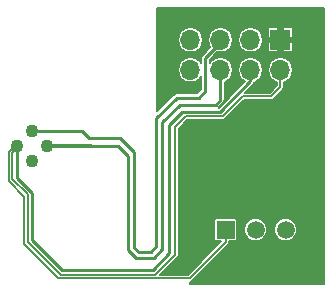
<source format=gbr>
G04 #@! TF.GenerationSoftware,KiCad,Pcbnew,(6.0.0-rc1-dev)*
G04 #@! TF.CreationDate,2018-08-18T01:00:10+02:00*
G04 #@! TF.ProjectId,reference_board,7265666572656E63655F626F6172642E,rev?*
G04 #@! TF.SameCoordinates,Original*
G04 #@! TF.FileFunction,Copper,L2,Bot,Signal*
G04 #@! TF.FilePolarity,Positive*
%FSLAX46Y46*%
G04 Gerber Fmt 4.6, Leading zero omitted, Abs format (unit mm)*
G04 Created by KiCad (PCBNEW (6.0.0-rc1-dev)) date Sat Aug 18 01:00:10 2018*
%MOMM*%
%LPD*%
G01*
G04 APERTURE LIST*
G04 #@! TA.AperFunction,EtchedComponent*
%ADD10C,0.150000*%
G04 #@! TD*
G04 #@! TA.AperFunction,ComponentPad*
%ADD11C,1.100000*%
G04 #@! TD*
G04 #@! TA.AperFunction,Conductor*
%ADD12C,0.150000*%
G04 #@! TD*
G04 #@! TA.AperFunction,ComponentPad*
%ADD13R,1.500000X1.500000*%
G04 #@! TD*
G04 #@! TA.AperFunction,ComponentPad*
%ADD14C,1.500000*%
G04 #@! TD*
G04 #@! TA.AperFunction,ComponentPad*
%ADD15R,1.700000X1.700000*%
G04 #@! TD*
G04 #@! TA.AperFunction,ComponentPad*
%ADD16O,1.700000X1.700000*%
G04 #@! TD*
G04 #@! TA.AperFunction,ViaPad*
%ADD17C,0.800000*%
G04 #@! TD*
G04 #@! TA.AperFunction,Conductor*
%ADD18C,0.300000*%
G04 #@! TD*
G04 #@! TA.AperFunction,Conductor*
%ADD19C,0.250000*%
G04 #@! TD*
G04 #@! TA.AperFunction,Conductor*
%ADD20C,0.240000*%
G04 #@! TD*
G04 #@! TA.AperFunction,Conductor*
%ADD21C,0.150000*%
G04 #@! TD*
G04 APERTURE END LIST*
D10*
G04 #@! TO.C,NT1*
X156300000Y-96000000D02*
X156300000Y-95600000D01*
G04 #@! TO.C,NT3*
X156000000Y-96000000D02*
X156000000Y-95600000D01*
G04 #@! TD*
D11*
G04 #@! TO.P,U2,2*
G04 #@! TO.N,Net-(NT2-Pad2)*
X158000000Y-96270000D03*
G04 #@! TO.P,U2,4*
G04 #@! TO.N,/Voltage Reference/V-*
X158000000Y-93730000D03*
G04 #@! TO.P,U2,3*
G04 #@! TO.N,/Voltage Reference/V+*
X159270000Y-95000000D03*
G04 #@! TO.P,U2,1*
G04 #@! TO.N,/Zener+_force*
X156730000Y-95000000D03*
G04 #@! TD*
D12*
G04 #@! TO.N,/Zener+_force*
G04 #@! TO.C,NT1*
X156300000Y-95600000D03*
G04 #@! TO.N,/Zener+_sense*
X156300000Y-96000000D03*
G04 #@! TD*
G04 #@! TO.N,/Zener+_force*
G04 #@! TO.C,NT3*
X156000000Y-95600000D03*
G04 #@! TO.N,Net-(NT3-Pad1)*
X156000000Y-96000000D03*
G04 #@! TD*
D13*
G04 #@! TO.P,RN1,1*
G04 #@! TO.N,Net-(NT3-Pad1)*
X174360000Y-102100000D03*
D14*
G04 #@! TO.P,RN1,2*
G04 #@! TO.N,Net-(C3-Pad2)*
X176900000Y-102100000D03*
G04 #@! TO.P,RN1,3*
G04 #@! TO.N,/Vout*
X179440000Y-102100000D03*
G04 #@! TD*
D15*
G04 #@! TO.P,J1,1*
G04 #@! TO.N,GND*
X179000000Y-86000000D03*
D16*
G04 #@! TO.P,J1,2*
G04 #@! TO.N,/Zener+_sense*
X179000000Y-88540000D03*
G04 #@! TO.P,J1,3*
G04 #@! TO.N,/Vout*
X176460000Y-86000000D03*
G04 #@! TO.P,J1,4*
G04 #@! TO.N,/Zener+_force*
X176460000Y-88540000D03*
G04 #@! TO.P,J1,5*
G04 #@! TO.N,/Voltage Reference/V-*
X173920000Y-86000000D03*
G04 #@! TO.P,J1,6*
G04 #@! TO.N,/Voltage Reference/V+*
X173920000Y-88540000D03*
G04 #@! TO.P,J1,7*
G04 #@! TO.N,Net-(J1-Pad7)*
X171380000Y-86000000D03*
G04 #@! TO.P,J1,8*
G04 #@! TO.N,Net-(J1-Pad8)*
X171380000Y-88540000D03*
G04 #@! TD*
D17*
G04 #@! TO.N,GND*
X179400000Y-93400000D03*
X169200000Y-83900000D03*
X172800000Y-93300000D03*
G04 #@! TD*
D18*
G04 #@! TO.N,/Voltage Reference/V+*
X163000000Y-95000000D02*
X159300000Y-95000000D01*
D19*
X170500000Y-91500000D02*
X173500000Y-91500000D01*
X169000000Y-93000000D02*
X170500000Y-91500000D01*
X173920000Y-91080000D02*
X173920000Y-88540000D01*
X173500000Y-91500000D02*
X173920000Y-91080000D01*
X165251458Y-95000000D02*
X166100000Y-95848542D01*
X159270000Y-95000000D02*
X165251458Y-95000000D01*
X166100000Y-95848542D02*
X166100000Y-103850000D01*
X166100000Y-103850000D02*
X166750000Y-104500000D01*
X166750000Y-104500000D02*
X168250000Y-104500000D01*
X169000000Y-103750000D02*
X169000000Y-93000000D01*
X168250000Y-104500000D02*
X169000000Y-103750000D01*
D20*
G04 #@! TO.N,/Voltage Reference/V-*
X165400000Y-94300000D02*
X162800000Y-94300000D01*
X172650000Y-90350000D02*
X172100000Y-90900000D01*
X172650000Y-87550000D02*
X172650000Y-90350000D01*
X173820000Y-86380000D02*
X172650000Y-87550000D01*
X173920000Y-86000000D02*
X173920000Y-86380000D01*
X172100000Y-90900000D02*
X170200000Y-90900000D01*
X173920000Y-86380000D02*
X173820000Y-86380000D01*
X170200000Y-90900000D02*
X168500000Y-92600000D01*
X168500000Y-92600000D02*
X168500000Y-103500000D01*
X162800000Y-94300000D02*
X162230000Y-93730000D01*
X168500000Y-103500000D02*
X168000000Y-104000000D01*
X162230000Y-93730000D02*
X158000000Y-93730000D01*
X168000000Y-104000000D02*
X167000000Y-104000000D01*
X167000000Y-104000000D02*
X166600000Y-103600000D01*
X166600000Y-103600000D02*
X166600000Y-95500000D01*
X166600000Y-95500000D02*
X165400000Y-94300000D01*
D21*
G04 #@! TO.N,/Zener+_sense*
X157600000Y-99100000D02*
X156300000Y-97800000D01*
X160400000Y-105900000D02*
X157600000Y-103100000D01*
X157600000Y-103100000D02*
X157600000Y-99100000D01*
X156300000Y-97800000D02*
X156300000Y-96000000D01*
X168400000Y-105900000D02*
X160400000Y-105900000D01*
X170100000Y-104200000D02*
X168400000Y-105900000D01*
X170100000Y-93400000D02*
X170100000Y-104200000D01*
X179000000Y-90000000D02*
X178200000Y-90800000D01*
X179000000Y-88540000D02*
X179000000Y-90000000D01*
X178200000Y-90800000D02*
X175800000Y-90800000D01*
X175800000Y-90800000D02*
X174100000Y-92500000D01*
X174100000Y-92500000D02*
X171000000Y-92500000D01*
X171000000Y-92500000D02*
X170100000Y-93400000D01*
G04 #@! TO.N,/Zener+_force*
X156000000Y-95500000D02*
X156500000Y-95000000D01*
X156500000Y-95000000D02*
X156730000Y-95000000D01*
X156000000Y-95600000D02*
X156000000Y-95500000D01*
D19*
X158000000Y-103000000D02*
X160500000Y-105500000D01*
X158000000Y-99000000D02*
X158000000Y-103000000D01*
X156730000Y-97730000D02*
X158000000Y-99000000D01*
X156730000Y-95000000D02*
X156730000Y-97730000D01*
D21*
X156730000Y-95000000D02*
X156730000Y-95170000D01*
X156730000Y-95170000D02*
X156300000Y-95600000D01*
X156730000Y-95000000D02*
X156730000Y-95230000D01*
D19*
X176460000Y-89540000D02*
X176460000Y-88540000D01*
X168200000Y-105500000D02*
X169600000Y-104100000D01*
X170700000Y-92100000D02*
X173900000Y-92100000D01*
X173900000Y-92100000D02*
X176460000Y-89540000D01*
X160500000Y-105500000D02*
X168200000Y-105500000D01*
X169600000Y-93200000D02*
X170700000Y-92100000D01*
X169600000Y-104100000D02*
X169600000Y-93200000D01*
D21*
G04 #@! TO.N,Net-(NT3-Pad1)*
X156000000Y-98000000D02*
X156000000Y-96000000D01*
X160200000Y-106200000D02*
X157300000Y-103300000D01*
X157300000Y-103300000D02*
X157300000Y-99300000D01*
X157300000Y-99300000D02*
X156000000Y-98000000D01*
X171300000Y-106200000D02*
X160200000Y-106200000D01*
X174360000Y-102100000D02*
X174360000Y-103140000D01*
X174360000Y-103140000D02*
X171300000Y-106200000D01*
G04 #@! TD*
G04 #@! TO.N,GND*
G36*
X182700001Y-106700000D02*
X171375000Y-106700000D01*
X171375000Y-106500000D01*
X171373270Y-106491302D01*
X171417054Y-106482593D01*
X171516288Y-106416288D01*
X171533027Y-106391236D01*
X174551239Y-103373025D01*
X174576288Y-103356288D01*
X174642593Y-103257054D01*
X174660000Y-103169545D01*
X174665877Y-103140000D01*
X174660000Y-103110455D01*
X174660000Y-103079408D01*
X175110000Y-103079408D01*
X175197791Y-103061945D01*
X175272216Y-103012216D01*
X175321945Y-102937791D01*
X175339408Y-102850000D01*
X175339408Y-101906061D01*
X175925000Y-101906061D01*
X175925000Y-102293939D01*
X176073435Y-102652293D01*
X176347707Y-102926565D01*
X176706061Y-103075000D01*
X177093939Y-103075000D01*
X177452293Y-102926565D01*
X177726565Y-102652293D01*
X177875000Y-102293939D01*
X177875000Y-101906061D01*
X178465000Y-101906061D01*
X178465000Y-102293939D01*
X178613435Y-102652293D01*
X178887707Y-102926565D01*
X179246061Y-103075000D01*
X179633939Y-103075000D01*
X179992293Y-102926565D01*
X180266565Y-102652293D01*
X180415000Y-102293939D01*
X180415000Y-101906061D01*
X180266565Y-101547707D01*
X179992293Y-101273435D01*
X179633939Y-101125000D01*
X179246061Y-101125000D01*
X178887707Y-101273435D01*
X178613435Y-101547707D01*
X178465000Y-101906061D01*
X177875000Y-101906061D01*
X177726565Y-101547707D01*
X177452293Y-101273435D01*
X177093939Y-101125000D01*
X176706061Y-101125000D01*
X176347707Y-101273435D01*
X176073435Y-101547707D01*
X175925000Y-101906061D01*
X175339408Y-101906061D01*
X175339408Y-101350000D01*
X175321945Y-101262209D01*
X175272216Y-101187784D01*
X175197791Y-101138055D01*
X175110000Y-101120592D01*
X173610000Y-101120592D01*
X173522209Y-101138055D01*
X173447784Y-101187784D01*
X173398055Y-101262209D01*
X173380592Y-101350000D01*
X173380592Y-102850000D01*
X173398055Y-102937791D01*
X173447784Y-103012216D01*
X173522209Y-103061945D01*
X173610000Y-103079408D01*
X173996328Y-103079408D01*
X171175737Y-105900000D01*
X168824263Y-105900000D01*
X170291239Y-104433025D01*
X170316288Y-104416288D01*
X170382593Y-104317054D01*
X170400000Y-104229545D01*
X170405877Y-104200001D01*
X170400000Y-104170456D01*
X170400000Y-93524263D01*
X171124264Y-92800000D01*
X174070455Y-92800000D01*
X174100000Y-92805877D01*
X174129545Y-92800000D01*
X174217054Y-92782593D01*
X174316288Y-92716288D01*
X174333027Y-92691236D01*
X175924264Y-91100000D01*
X178170455Y-91100000D01*
X178200000Y-91105877D01*
X178229545Y-91100000D01*
X178317054Y-91082593D01*
X178416288Y-91016288D01*
X178433027Y-90991236D01*
X179191239Y-90233025D01*
X179216288Y-90216288D01*
X179282593Y-90117054D01*
X179300000Y-90029545D01*
X179305877Y-90000000D01*
X179300000Y-89970455D01*
X179300000Y-89576386D01*
X179419444Y-89552627D01*
X179775031Y-89315031D01*
X180012627Y-88959444D01*
X180096060Y-88540000D01*
X180012627Y-88120556D01*
X179775031Y-87764969D01*
X179419444Y-87527373D01*
X179105875Y-87465000D01*
X178894125Y-87465000D01*
X178580556Y-87527373D01*
X178224969Y-87764969D01*
X177987373Y-88120556D01*
X177903940Y-88540000D01*
X177987373Y-88959444D01*
X178224969Y-89315031D01*
X178580556Y-89552627D01*
X178700001Y-89576386D01*
X178700001Y-89875735D01*
X178075737Y-90500000D01*
X175994974Y-90500000D01*
X176683119Y-89811856D01*
X176712334Y-89792335D01*
X176731856Y-89763119D01*
X176731860Y-89763115D01*
X176789692Y-89676563D01*
X176792290Y-89663500D01*
X176810000Y-89574468D01*
X176810000Y-89574464D01*
X176811662Y-89566110D01*
X176879444Y-89552627D01*
X177235031Y-89315031D01*
X177472627Y-88959444D01*
X177556060Y-88540000D01*
X177472627Y-88120556D01*
X177235031Y-87764969D01*
X176879444Y-87527373D01*
X176565875Y-87465000D01*
X176354125Y-87465000D01*
X176040556Y-87527373D01*
X175684969Y-87764969D01*
X175447373Y-88120556D01*
X175363940Y-88540000D01*
X175447373Y-88959444D01*
X175684969Y-89315031D01*
X175987709Y-89517316D01*
X173755027Y-91750000D01*
X173753895Y-91750000D01*
X173771862Y-91723112D01*
X174143118Y-91351856D01*
X174172334Y-91332335D01*
X174191856Y-91303119D01*
X174191860Y-91303115D01*
X174249692Y-91216563D01*
X174250832Y-91210831D01*
X174270000Y-91114468D01*
X174270000Y-91114464D01*
X174276855Y-91080000D01*
X174270000Y-91045536D01*
X174270000Y-89566440D01*
X174339444Y-89552627D01*
X174695031Y-89315031D01*
X174932627Y-88959444D01*
X175016060Y-88540000D01*
X174932627Y-88120556D01*
X174695031Y-87764969D01*
X174339444Y-87527373D01*
X174025875Y-87465000D01*
X173814125Y-87465000D01*
X173500556Y-87527373D01*
X173144969Y-87764969D01*
X172995000Y-87989413D01*
X172995000Y-87692902D01*
X173646288Y-87041615D01*
X173814125Y-87075000D01*
X174025875Y-87075000D01*
X174339444Y-87012627D01*
X174695031Y-86775031D01*
X174932627Y-86419444D01*
X175016060Y-86000000D01*
X175363940Y-86000000D01*
X175447373Y-86419444D01*
X175684969Y-86775031D01*
X176040556Y-87012627D01*
X176354125Y-87075000D01*
X176565875Y-87075000D01*
X176879444Y-87012627D01*
X177235031Y-86775031D01*
X177472627Y-86419444D01*
X177509265Y-86235250D01*
X177925000Y-86235250D01*
X177925000Y-86894755D01*
X177959254Y-86977452D01*
X178022548Y-87040746D01*
X178105244Y-87075000D01*
X178764750Y-87075000D01*
X178821000Y-87018750D01*
X178821000Y-86179000D01*
X179179000Y-86179000D01*
X179179000Y-87018750D01*
X179235250Y-87075000D01*
X179894756Y-87075000D01*
X179977452Y-87040746D01*
X180040746Y-86977452D01*
X180075000Y-86894755D01*
X180075000Y-86235250D01*
X180018750Y-86179000D01*
X179179000Y-86179000D01*
X178821000Y-86179000D01*
X177981250Y-86179000D01*
X177925000Y-86235250D01*
X177509265Y-86235250D01*
X177556060Y-86000000D01*
X177472627Y-85580556D01*
X177235031Y-85224969D01*
X177055852Y-85105245D01*
X177925000Y-85105245D01*
X177925000Y-85764750D01*
X177981250Y-85821000D01*
X178821000Y-85821000D01*
X178821000Y-84981250D01*
X179179000Y-84981250D01*
X179179000Y-85821000D01*
X180018750Y-85821000D01*
X180075000Y-85764750D01*
X180075000Y-85105245D01*
X180040746Y-85022548D01*
X179977452Y-84959254D01*
X179894756Y-84925000D01*
X179235250Y-84925000D01*
X179179000Y-84981250D01*
X178821000Y-84981250D01*
X178764750Y-84925000D01*
X178105244Y-84925000D01*
X178022548Y-84959254D01*
X177959254Y-85022548D01*
X177925000Y-85105245D01*
X177055852Y-85105245D01*
X176879444Y-84987373D01*
X176565875Y-84925000D01*
X176354125Y-84925000D01*
X176040556Y-84987373D01*
X175684969Y-85224969D01*
X175447373Y-85580556D01*
X175363940Y-86000000D01*
X175016060Y-86000000D01*
X174932627Y-85580556D01*
X174695031Y-85224969D01*
X174339444Y-84987373D01*
X174025875Y-84925000D01*
X173814125Y-84925000D01*
X173500556Y-84987373D01*
X173144969Y-85224969D01*
X172907373Y-85580556D01*
X172823940Y-86000000D01*
X172907373Y-86419444D01*
X173061695Y-86650403D01*
X172430073Y-87282025D01*
X172401270Y-87301271D01*
X172325018Y-87415389D01*
X172305000Y-87516026D01*
X172305000Y-87516029D01*
X172298243Y-87550000D01*
X172305000Y-87583971D01*
X172305000Y-87989413D01*
X172155031Y-87764969D01*
X171799444Y-87527373D01*
X171485875Y-87465000D01*
X171274125Y-87465000D01*
X170960556Y-87527373D01*
X170604969Y-87764969D01*
X170367373Y-88120556D01*
X170283940Y-88540000D01*
X170367373Y-88959444D01*
X170604969Y-89315031D01*
X170960556Y-89552627D01*
X171274125Y-89615000D01*
X171485875Y-89615000D01*
X171799444Y-89552627D01*
X172155031Y-89315031D01*
X172305001Y-89090586D01*
X172305001Y-90207095D01*
X171957098Y-90555000D01*
X170233969Y-90555000D01*
X170199999Y-90548243D01*
X170166030Y-90555000D01*
X170166025Y-90555000D01*
X170065388Y-90575018D01*
X169951270Y-90651270D01*
X169932025Y-90680072D01*
X168575000Y-92037098D01*
X168575000Y-86000000D01*
X170283940Y-86000000D01*
X170367373Y-86419444D01*
X170604969Y-86775031D01*
X170960556Y-87012627D01*
X171274125Y-87075000D01*
X171485875Y-87075000D01*
X171799444Y-87012627D01*
X172155031Y-86775031D01*
X172392627Y-86419444D01*
X172476060Y-86000000D01*
X172392627Y-85580556D01*
X172155031Y-85224969D01*
X171799444Y-84987373D01*
X171485875Y-84925000D01*
X171274125Y-84925000D01*
X170960556Y-84987373D01*
X170604969Y-85224969D01*
X170367373Y-85580556D01*
X170283940Y-86000000D01*
X168575000Y-86000000D01*
X168575000Y-83300000D01*
X182700000Y-83300000D01*
X182700001Y-106700000D01*
X182700001Y-106700000D01*
G37*
X182700001Y-106700000D02*
X171375000Y-106700000D01*
X171375000Y-106500000D01*
X171373270Y-106491302D01*
X171417054Y-106482593D01*
X171516288Y-106416288D01*
X171533027Y-106391236D01*
X174551239Y-103373025D01*
X174576288Y-103356288D01*
X174642593Y-103257054D01*
X174660000Y-103169545D01*
X174665877Y-103140000D01*
X174660000Y-103110455D01*
X174660000Y-103079408D01*
X175110000Y-103079408D01*
X175197791Y-103061945D01*
X175272216Y-103012216D01*
X175321945Y-102937791D01*
X175339408Y-102850000D01*
X175339408Y-101906061D01*
X175925000Y-101906061D01*
X175925000Y-102293939D01*
X176073435Y-102652293D01*
X176347707Y-102926565D01*
X176706061Y-103075000D01*
X177093939Y-103075000D01*
X177452293Y-102926565D01*
X177726565Y-102652293D01*
X177875000Y-102293939D01*
X177875000Y-101906061D01*
X178465000Y-101906061D01*
X178465000Y-102293939D01*
X178613435Y-102652293D01*
X178887707Y-102926565D01*
X179246061Y-103075000D01*
X179633939Y-103075000D01*
X179992293Y-102926565D01*
X180266565Y-102652293D01*
X180415000Y-102293939D01*
X180415000Y-101906061D01*
X180266565Y-101547707D01*
X179992293Y-101273435D01*
X179633939Y-101125000D01*
X179246061Y-101125000D01*
X178887707Y-101273435D01*
X178613435Y-101547707D01*
X178465000Y-101906061D01*
X177875000Y-101906061D01*
X177726565Y-101547707D01*
X177452293Y-101273435D01*
X177093939Y-101125000D01*
X176706061Y-101125000D01*
X176347707Y-101273435D01*
X176073435Y-101547707D01*
X175925000Y-101906061D01*
X175339408Y-101906061D01*
X175339408Y-101350000D01*
X175321945Y-101262209D01*
X175272216Y-101187784D01*
X175197791Y-101138055D01*
X175110000Y-101120592D01*
X173610000Y-101120592D01*
X173522209Y-101138055D01*
X173447784Y-101187784D01*
X173398055Y-101262209D01*
X173380592Y-101350000D01*
X173380592Y-102850000D01*
X173398055Y-102937791D01*
X173447784Y-103012216D01*
X173522209Y-103061945D01*
X173610000Y-103079408D01*
X173996328Y-103079408D01*
X171175737Y-105900000D01*
X168824263Y-105900000D01*
X170291239Y-104433025D01*
X170316288Y-104416288D01*
X170382593Y-104317054D01*
X170400000Y-104229545D01*
X170405877Y-104200001D01*
X170400000Y-104170456D01*
X170400000Y-93524263D01*
X171124264Y-92800000D01*
X174070455Y-92800000D01*
X174100000Y-92805877D01*
X174129545Y-92800000D01*
X174217054Y-92782593D01*
X174316288Y-92716288D01*
X174333027Y-92691236D01*
X175924264Y-91100000D01*
X178170455Y-91100000D01*
X178200000Y-91105877D01*
X178229545Y-91100000D01*
X178317054Y-91082593D01*
X178416288Y-91016288D01*
X178433027Y-90991236D01*
X179191239Y-90233025D01*
X179216288Y-90216288D01*
X179282593Y-90117054D01*
X179300000Y-90029545D01*
X179305877Y-90000000D01*
X179300000Y-89970455D01*
X179300000Y-89576386D01*
X179419444Y-89552627D01*
X179775031Y-89315031D01*
X180012627Y-88959444D01*
X180096060Y-88540000D01*
X180012627Y-88120556D01*
X179775031Y-87764969D01*
X179419444Y-87527373D01*
X179105875Y-87465000D01*
X178894125Y-87465000D01*
X178580556Y-87527373D01*
X178224969Y-87764969D01*
X177987373Y-88120556D01*
X177903940Y-88540000D01*
X177987373Y-88959444D01*
X178224969Y-89315031D01*
X178580556Y-89552627D01*
X178700001Y-89576386D01*
X178700001Y-89875735D01*
X178075737Y-90500000D01*
X175994974Y-90500000D01*
X176683119Y-89811856D01*
X176712334Y-89792335D01*
X176731856Y-89763119D01*
X176731860Y-89763115D01*
X176789692Y-89676563D01*
X176792290Y-89663500D01*
X176810000Y-89574468D01*
X176810000Y-89574464D01*
X176811662Y-89566110D01*
X176879444Y-89552627D01*
X177235031Y-89315031D01*
X177472627Y-88959444D01*
X177556060Y-88540000D01*
X177472627Y-88120556D01*
X177235031Y-87764969D01*
X176879444Y-87527373D01*
X176565875Y-87465000D01*
X176354125Y-87465000D01*
X176040556Y-87527373D01*
X175684969Y-87764969D01*
X175447373Y-88120556D01*
X175363940Y-88540000D01*
X175447373Y-88959444D01*
X175684969Y-89315031D01*
X175987709Y-89517316D01*
X173755027Y-91750000D01*
X173753895Y-91750000D01*
X173771862Y-91723112D01*
X174143118Y-91351856D01*
X174172334Y-91332335D01*
X174191856Y-91303119D01*
X174191860Y-91303115D01*
X174249692Y-91216563D01*
X174250832Y-91210831D01*
X174270000Y-91114468D01*
X174270000Y-91114464D01*
X174276855Y-91080000D01*
X174270000Y-91045536D01*
X174270000Y-89566440D01*
X174339444Y-89552627D01*
X174695031Y-89315031D01*
X174932627Y-88959444D01*
X175016060Y-88540000D01*
X174932627Y-88120556D01*
X174695031Y-87764969D01*
X174339444Y-87527373D01*
X174025875Y-87465000D01*
X173814125Y-87465000D01*
X173500556Y-87527373D01*
X173144969Y-87764969D01*
X172995000Y-87989413D01*
X172995000Y-87692902D01*
X173646288Y-87041615D01*
X173814125Y-87075000D01*
X174025875Y-87075000D01*
X174339444Y-87012627D01*
X174695031Y-86775031D01*
X174932627Y-86419444D01*
X175016060Y-86000000D01*
X175363940Y-86000000D01*
X175447373Y-86419444D01*
X175684969Y-86775031D01*
X176040556Y-87012627D01*
X176354125Y-87075000D01*
X176565875Y-87075000D01*
X176879444Y-87012627D01*
X177235031Y-86775031D01*
X177472627Y-86419444D01*
X177509265Y-86235250D01*
X177925000Y-86235250D01*
X177925000Y-86894755D01*
X177959254Y-86977452D01*
X178022548Y-87040746D01*
X178105244Y-87075000D01*
X178764750Y-87075000D01*
X178821000Y-87018750D01*
X178821000Y-86179000D01*
X179179000Y-86179000D01*
X179179000Y-87018750D01*
X179235250Y-87075000D01*
X179894756Y-87075000D01*
X179977452Y-87040746D01*
X180040746Y-86977452D01*
X180075000Y-86894755D01*
X180075000Y-86235250D01*
X180018750Y-86179000D01*
X179179000Y-86179000D01*
X178821000Y-86179000D01*
X177981250Y-86179000D01*
X177925000Y-86235250D01*
X177509265Y-86235250D01*
X177556060Y-86000000D01*
X177472627Y-85580556D01*
X177235031Y-85224969D01*
X177055852Y-85105245D01*
X177925000Y-85105245D01*
X177925000Y-85764750D01*
X177981250Y-85821000D01*
X178821000Y-85821000D01*
X178821000Y-84981250D01*
X179179000Y-84981250D01*
X179179000Y-85821000D01*
X180018750Y-85821000D01*
X180075000Y-85764750D01*
X180075000Y-85105245D01*
X180040746Y-85022548D01*
X179977452Y-84959254D01*
X179894756Y-84925000D01*
X179235250Y-84925000D01*
X179179000Y-84981250D01*
X178821000Y-84981250D01*
X178764750Y-84925000D01*
X178105244Y-84925000D01*
X178022548Y-84959254D01*
X177959254Y-85022548D01*
X177925000Y-85105245D01*
X177055852Y-85105245D01*
X176879444Y-84987373D01*
X176565875Y-84925000D01*
X176354125Y-84925000D01*
X176040556Y-84987373D01*
X175684969Y-85224969D01*
X175447373Y-85580556D01*
X175363940Y-86000000D01*
X175016060Y-86000000D01*
X174932627Y-85580556D01*
X174695031Y-85224969D01*
X174339444Y-84987373D01*
X174025875Y-84925000D01*
X173814125Y-84925000D01*
X173500556Y-84987373D01*
X173144969Y-85224969D01*
X172907373Y-85580556D01*
X172823940Y-86000000D01*
X172907373Y-86419444D01*
X173061695Y-86650403D01*
X172430073Y-87282025D01*
X172401270Y-87301271D01*
X172325018Y-87415389D01*
X172305000Y-87516026D01*
X172305000Y-87516029D01*
X172298243Y-87550000D01*
X172305000Y-87583971D01*
X172305000Y-87989413D01*
X172155031Y-87764969D01*
X171799444Y-87527373D01*
X171485875Y-87465000D01*
X171274125Y-87465000D01*
X170960556Y-87527373D01*
X170604969Y-87764969D01*
X170367373Y-88120556D01*
X170283940Y-88540000D01*
X170367373Y-88959444D01*
X170604969Y-89315031D01*
X170960556Y-89552627D01*
X171274125Y-89615000D01*
X171485875Y-89615000D01*
X171799444Y-89552627D01*
X172155031Y-89315031D01*
X172305001Y-89090586D01*
X172305001Y-90207095D01*
X171957098Y-90555000D01*
X170233969Y-90555000D01*
X170199999Y-90548243D01*
X170166030Y-90555000D01*
X170166025Y-90555000D01*
X170065388Y-90575018D01*
X169951270Y-90651270D01*
X169932025Y-90680072D01*
X168575000Y-92037098D01*
X168575000Y-86000000D01*
X170283940Y-86000000D01*
X170367373Y-86419444D01*
X170604969Y-86775031D01*
X170960556Y-87012627D01*
X171274125Y-87075000D01*
X171485875Y-87075000D01*
X171799444Y-87012627D01*
X172155031Y-86775031D01*
X172392627Y-86419444D01*
X172476060Y-86000000D01*
X172392627Y-85580556D01*
X172155031Y-85224969D01*
X171799444Y-84987373D01*
X171485875Y-84925000D01*
X171274125Y-84925000D01*
X170960556Y-84987373D01*
X170604969Y-85224969D01*
X170367373Y-85580556D01*
X170283940Y-86000000D01*
X168575000Y-86000000D01*
X168575000Y-83300000D01*
X182700000Y-83300000D01*
X182700001Y-106700000D01*
G04 #@! TD*
M02*

</source>
